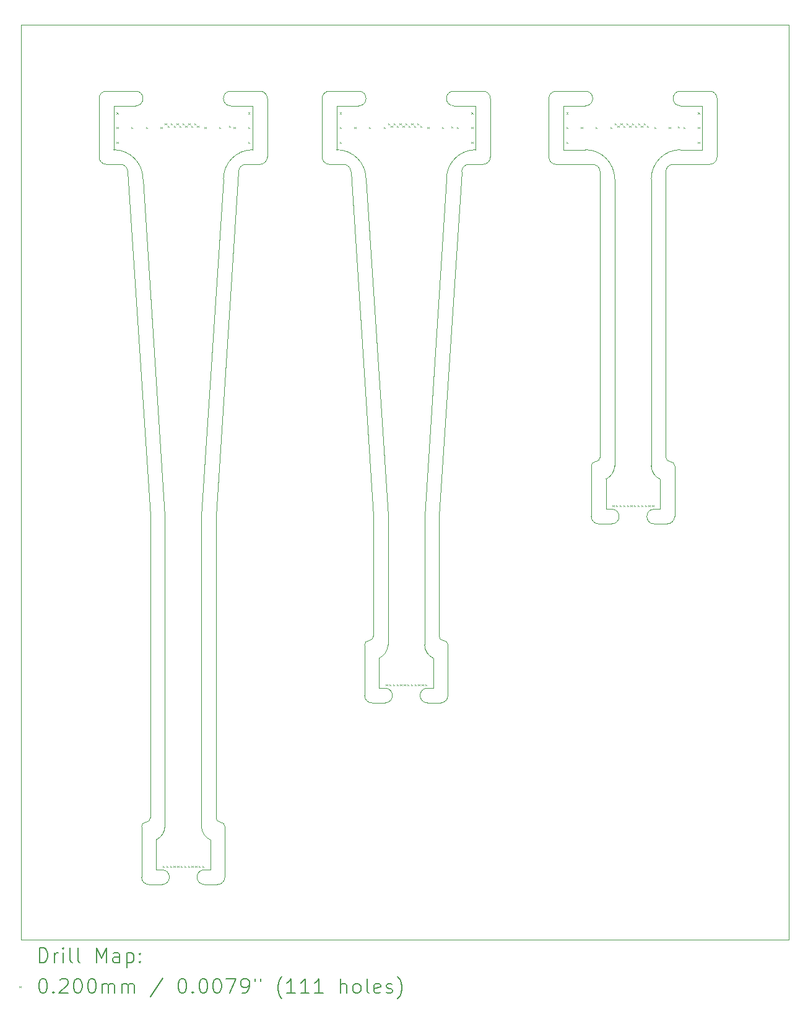
<source format=gbr>
%FSLAX45Y45*%
G04 Gerber Fmt 4.5, Leading zero omitted, Abs format (unit mm)*
G04 Created by KiCad (PCBNEW (6.0.0)) date 2022-03-28 07:33:32*
%MOMM*%
%LPD*%
G01*
G04 APERTURE LIST*
%TA.AperFunction,Profile*%
%ADD10C,0.050000*%
%TD*%
%ADD11C,0.200000*%
%ADD12C,0.020000*%
G04 APERTURE END LIST*
D10*
X18423000Y-4818586D02*
G75*
G03*
X18023000Y-5218586I0J-400000D01*
G01*
X18023000Y-9137635D02*
G75*
G03*
X18143000Y-9318586I208355J7908D01*
G01*
X17403000Y-9318586D02*
G75*
G03*
X17523000Y-9137635I-88355J188859D01*
G01*
X14923000Y-11582635D02*
G75*
G03*
X15043000Y-11763586I208355J7908D01*
G01*
X14303000Y-11763586D02*
G75*
G03*
X14423000Y-11582635I-88355J188859D01*
G01*
X17523000Y-5218586D02*
G75*
G03*
X17123000Y-4818586I-400000J0D01*
G01*
X14123000Y-5218586D02*
G75*
G03*
X13723000Y-4818586I-400000J0D01*
G01*
X14423000Y-9818586D02*
X14123000Y-5218586D01*
X14223000Y-9818586D02*
X13915289Y-5118586D01*
X13915289Y-5118586D02*
G75*
G03*
X13815289Y-5018586I-100000J0D01*
G01*
X15430711Y-5118586D02*
X15123000Y-9818586D01*
X15623000Y-4818586D02*
G75*
G03*
X15223000Y-5218586I0J-400000D01*
G01*
X13623711Y-5018586D02*
X13815289Y-5018586D01*
X15530711Y-5018586D02*
G75*
G03*
X15430711Y-5118586I0J-100000D01*
G01*
X15223000Y-5218586D02*
X14923000Y-9818586D01*
X15530711Y-5018586D02*
X15723000Y-5018586D01*
X16723711Y-5018586D02*
X17223000Y-5018586D01*
X18323000Y-5018586D02*
X18822289Y-5018586D01*
X18723000Y-4818586D02*
X18423000Y-4818586D01*
X17323000Y-5118586D02*
G75*
G03*
X17223000Y-5018586I-100000J0D01*
G01*
X17123000Y-4818586D02*
X16823000Y-4818586D01*
X18323000Y-5018586D02*
G75*
G03*
X18223000Y-5118586I0J-100000D01*
G01*
X11073000Y-5218586D02*
G75*
G03*
X10673000Y-4818586I-400000J0D01*
G01*
X11373000Y-9818586D02*
X11073000Y-5218586D01*
X11173000Y-9818586D02*
X10865289Y-5118586D01*
X10865289Y-5118586D02*
G75*
G03*
X10765289Y-5018586I-100000J0D01*
G01*
X10573711Y-5018586D02*
X10765289Y-5018586D01*
X12380711Y-5118586D02*
X12073000Y-9818586D01*
X12573000Y-4818586D02*
G75*
G03*
X12173000Y-5218586I0J-400000D01*
G01*
X11873000Y-14063586D02*
G75*
G03*
X11993000Y-14244538I208355J7908D01*
G01*
X18723000Y-4218586D02*
X18423000Y-4218586D01*
X12273000Y-4018586D02*
G75*
G03*
X12273000Y-4218586I0J-100000D01*
G01*
X11913000Y-14654538D02*
G75*
G03*
X11913000Y-14854538I0J-100000D01*
G01*
X18723000Y-4818586D02*
X18723000Y-4218586D01*
X14303000Y-12173586D02*
X14303000Y-11763586D01*
X18823000Y-5018586D02*
G75*
G03*
X18923000Y-4918586I0J100000D01*
G01*
X11373000Y-14063586D02*
X11373000Y-9818586D01*
X15123000Y-11463586D02*
X15123000Y-11213586D01*
X18023000Y-5218586D02*
X18023000Y-9137635D01*
X12193000Y-14064538D02*
G75*
G03*
X12133000Y-14004538I-60000J0D01*
G01*
X10473000Y-4818586D02*
X10473000Y-4918586D01*
X15243000Y-11583586D02*
G75*
G03*
X15183000Y-11523586I-60000J0D01*
G01*
X11253000Y-14654537D02*
X11333000Y-14654537D01*
X14023000Y-4218586D02*
X13723000Y-4218586D01*
X18823000Y-4018586D02*
X18423000Y-4018586D01*
X16623000Y-4918586D02*
G75*
G03*
X16723000Y-5018586I100000J0D01*
G01*
X16623000Y-4818586D02*
X16623000Y-4918586D01*
X12773000Y-4818586D02*
X12773000Y-4918586D01*
X18343000Y-9828586D02*
X18343000Y-9318586D01*
X15823000Y-4818586D02*
X15823000Y-4118586D01*
X10973000Y-4218586D02*
X10673000Y-4218586D01*
X14023000Y-4218586D02*
G75*
G03*
X14023000Y-4018586I0J100000D01*
G01*
X17203000Y-9828586D02*
G75*
G03*
X17303000Y-9928586I100000J0D01*
G01*
X17263000Y-9078586D02*
G75*
G03*
X17203000Y-9138586I0J-60000D01*
G01*
X14963000Y-12173586D02*
X15043000Y-12173586D01*
X17123000Y-4218586D02*
G75*
G03*
X17123000Y-4018586I0J100000D01*
G01*
X17203000Y-9318586D02*
X17203000Y-9828586D01*
X13523000Y-4118586D02*
X13523000Y-4818586D01*
X11253000Y-14244538D02*
G75*
G03*
X11373000Y-14063586I-88355J188859D01*
G01*
X17203000Y-9138586D02*
X17203000Y-9318586D01*
X14203000Y-12373586D02*
X14383000Y-12373586D01*
X14963000Y-12373586D02*
X15143000Y-12373586D01*
X12193000Y-14754538D02*
X12193000Y-14244538D01*
X15623000Y-4218586D02*
X15323000Y-4218586D01*
X17403000Y-9728586D02*
X17483000Y-9728586D01*
X17323000Y-5118586D02*
X17323000Y-8768586D01*
X12480711Y-5018586D02*
X12673000Y-5018586D01*
X15623000Y-4818586D02*
X15623000Y-4218586D01*
X18223000Y-8768586D02*
X18223000Y-5118586D01*
X11913000Y-14654538D02*
X11993000Y-14654538D01*
X11053000Y-14064538D02*
X11053000Y-14244538D01*
X12193000Y-14064538D02*
X12193000Y-14244538D01*
X14383000Y-12373586D02*
G75*
G03*
X14383000Y-12173586I0J100000D01*
G01*
X13723000Y-4818586D02*
X13723000Y-4218586D01*
X14423000Y-11582635D02*
X14423000Y-9818586D01*
X18063000Y-9728586D02*
G75*
G03*
X18063000Y-9928586I0J-100000D01*
G01*
X13623000Y-4018586D02*
G75*
G03*
X13523000Y-4118586I0J-100000D01*
G01*
X14103000Y-11763586D02*
X14103000Y-12273586D01*
X18223000Y-9018586D02*
G75*
G03*
X18283000Y-9078586I60000J0D01*
G01*
X17323000Y-8768586D02*
X17323000Y-9018586D01*
X14923000Y-9818586D02*
X14923000Y-11582635D01*
X11173000Y-13694538D02*
X11173000Y-13944538D01*
X10973000Y-4018586D02*
X10573000Y-4018586D01*
X18923000Y-4818586D02*
X18923000Y-4118586D01*
X17263000Y-9078586D02*
G75*
G03*
X17323000Y-9018586I0J60000D01*
G01*
X18143000Y-9318586D02*
X18143000Y-9728586D01*
X12093000Y-14854538D02*
G75*
G03*
X12193000Y-14754538I0J100000D01*
G01*
X12173000Y-5218586D02*
X11873000Y-9818586D01*
X11873000Y-9818586D02*
X11873000Y-14063586D01*
X15243000Y-12273586D02*
X15243000Y-11763586D01*
X12673000Y-5018586D02*
G75*
G03*
X12773000Y-4918586I0J100000D01*
G01*
X12573000Y-4218586D02*
X12273000Y-4218586D01*
X18923000Y-4818586D02*
X18923000Y-4918586D01*
X12073000Y-13944538D02*
X12073000Y-13694538D01*
X18243000Y-9928586D02*
G75*
G03*
X18343000Y-9828586I0J100000D01*
G01*
X11253000Y-14654538D02*
X11253000Y-14244538D01*
X16623000Y-4118586D02*
X16623000Y-4818586D01*
X14103000Y-12273586D02*
G75*
G03*
X14203000Y-12373586I100000J0D01*
G01*
X11913000Y-14854538D02*
X12093000Y-14854538D01*
X11053000Y-14754537D02*
G75*
G03*
X11153000Y-14854537I100000J0D01*
G01*
X11173000Y-9818586D02*
X11173000Y-13694538D01*
X14163000Y-11523586D02*
G75*
G03*
X14103000Y-11583586I0J-60000D01*
G01*
X18063000Y-9728586D02*
X18143000Y-9728586D01*
X12573000Y-4818586D02*
X12573000Y-4218586D01*
X11113000Y-14004538D02*
G75*
G03*
X11053000Y-14064538I0J-60000D01*
G01*
X11333000Y-14854537D02*
G75*
G03*
X11333000Y-14654537I0J100000D01*
G01*
X14163000Y-11523586D02*
G75*
G03*
X14223000Y-11463586I0J60000D01*
G01*
X15323000Y-4018586D02*
G75*
G03*
X15323000Y-4218586I0J-100000D01*
G01*
X11153000Y-14854537D02*
X11333000Y-14854537D01*
X11113000Y-14004538D02*
G75*
G03*
X11173000Y-13944538I0J60000D01*
G01*
X15723000Y-4018586D02*
X15323000Y-4018586D01*
X15123000Y-11463586D02*
G75*
G03*
X15183000Y-11523586I60000J0D01*
G01*
X9404500Y-3108250D02*
X19904500Y-3108250D01*
X19904500Y-3108250D02*
X19904500Y-15608250D01*
X19904500Y-15608250D02*
X9404500Y-15608250D01*
X9404500Y-15608250D02*
X9404500Y-3108250D01*
X14223000Y-9818586D02*
X14223000Y-11213586D01*
X17483000Y-9928586D02*
G75*
G03*
X17483000Y-9728586I0J100000D01*
G01*
X15823000Y-4118586D02*
G75*
G03*
X15723000Y-4018586I-100000J0D01*
G01*
X11993000Y-14244538D02*
X11993000Y-14654538D01*
X12073000Y-13694538D02*
X12073000Y-9818586D01*
X18343000Y-9138586D02*
G75*
G03*
X18283000Y-9078586I-60000J0D01*
G01*
X14023000Y-4018586D02*
X13623000Y-4018586D01*
X14303000Y-12173586D02*
X14383000Y-12173586D01*
X18343000Y-9138586D02*
X18343000Y-9318586D01*
X17303000Y-9928586D02*
X17483000Y-9928586D01*
X15043000Y-11763586D02*
X15043000Y-12173586D01*
X15723000Y-5018586D02*
G75*
G03*
X15823000Y-4918586I0J100000D01*
G01*
X17523000Y-9137635D02*
X17523000Y-5218586D01*
X17123000Y-4018586D02*
X16723000Y-4018586D01*
X11053000Y-14244538D02*
X11053000Y-14754537D01*
X14963000Y-12173586D02*
G75*
G03*
X14963000Y-12373586I0J-100000D01*
G01*
X14223000Y-11213586D02*
X14223000Y-11463586D01*
X12773000Y-4818586D02*
X12773000Y-4118586D01*
X12673000Y-4018586D02*
X12273000Y-4018586D01*
X14103000Y-11583586D02*
X14103000Y-11763586D01*
X18923000Y-4118586D02*
G75*
G03*
X18823000Y-4018586I-100000J0D01*
G01*
X16723000Y-4018586D02*
G75*
G03*
X16623000Y-4118586I0J-100000D01*
G01*
X16823000Y-4818586D02*
X16823000Y-4218586D01*
X12073000Y-13944538D02*
G75*
G03*
X12133000Y-14004538I60000J0D01*
G01*
X17123000Y-4218586D02*
X16823000Y-4218586D01*
X17403000Y-9728586D02*
X17403000Y-9318586D01*
X15143000Y-12373586D02*
G75*
G03*
X15243000Y-12273586I0J100000D01*
G01*
X18063000Y-9928586D02*
X18243000Y-9928586D01*
X13523000Y-4818586D02*
X13523000Y-4918586D01*
X12773000Y-4118586D02*
G75*
G03*
X12673000Y-4018586I-100000J0D01*
G01*
X15243000Y-11583586D02*
X15243000Y-11763586D01*
X10473000Y-4118586D02*
X10473000Y-4818586D01*
X12480711Y-5018586D02*
G75*
G03*
X12380711Y-5118586I0J-100000D01*
G01*
X15123000Y-11213586D02*
X15123000Y-9818586D01*
X18223000Y-9018586D02*
X18223000Y-8768586D01*
X15823000Y-4818586D02*
X15823000Y-4918586D01*
X10573000Y-4018586D02*
G75*
G03*
X10473000Y-4118586I0J-100000D01*
G01*
X10973000Y-4218586D02*
G75*
G03*
X10973000Y-4018586I0J100000D01*
G01*
X10473000Y-4918586D02*
G75*
G03*
X10573000Y-5018586I100000J0D01*
G01*
X10673000Y-4818586D02*
X10673000Y-4218586D01*
X13523000Y-4918586D02*
G75*
G03*
X13623000Y-5018586I100000J0D01*
G01*
X18423000Y-4018586D02*
G75*
G03*
X18423000Y-4218586I0J-100000D01*
G01*
D11*
D12*
X10713000Y-4308586D02*
X10733000Y-4328586D01*
X10733000Y-4308586D02*
X10713000Y-4328586D01*
X10713000Y-4508586D02*
X10733000Y-4528586D01*
X10733000Y-4508586D02*
X10713000Y-4528586D01*
X10713000Y-4708586D02*
X10733000Y-4728586D01*
X10733000Y-4708586D02*
X10713000Y-4728586D01*
X10913000Y-4508586D02*
X10933000Y-4528586D01*
X10933000Y-4508586D02*
X10913000Y-4528586D01*
X11113000Y-4508586D02*
X11133000Y-4528586D01*
X11133000Y-4508586D02*
X11113000Y-4528586D01*
X11313000Y-4508586D02*
X11333000Y-4528586D01*
X11333000Y-4508586D02*
X11313000Y-4528586D01*
X11343727Y-14597538D02*
X11363727Y-14617538D01*
X11363727Y-14597538D02*
X11343727Y-14617538D01*
X11373000Y-4458586D02*
X11393000Y-4478586D01*
X11393000Y-4458586D02*
X11373000Y-4478586D01*
X11392909Y-14597538D02*
X11412909Y-14617538D01*
X11412909Y-14597538D02*
X11392909Y-14617538D01*
X11413000Y-4488586D02*
X11433000Y-4508586D01*
X11433000Y-4488586D02*
X11413000Y-4508586D01*
X11442091Y-14597538D02*
X11462091Y-14617538D01*
X11462091Y-14597538D02*
X11442091Y-14617538D01*
X11453000Y-4458586D02*
X11473000Y-4478586D01*
X11473000Y-4458586D02*
X11453000Y-4478586D01*
X11491273Y-14597538D02*
X11511273Y-14617538D01*
X11511273Y-14597538D02*
X11491273Y-14617538D01*
X11493000Y-4488586D02*
X11513000Y-4508586D01*
X11513000Y-4488586D02*
X11493000Y-4508586D01*
X11533000Y-4458586D02*
X11553000Y-4478586D01*
X11553000Y-4458586D02*
X11533000Y-4478586D01*
X11540455Y-14597538D02*
X11560455Y-14617538D01*
X11560455Y-14597538D02*
X11540455Y-14617538D01*
X11573000Y-4488586D02*
X11593000Y-4508586D01*
X11593000Y-4488586D02*
X11573000Y-4508586D01*
X11589636Y-14597538D02*
X11609636Y-14617538D01*
X11609636Y-14597538D02*
X11589636Y-14617538D01*
X11613000Y-4458586D02*
X11633000Y-4478586D01*
X11633000Y-4458586D02*
X11613000Y-4478586D01*
X11638818Y-14597538D02*
X11658818Y-14617538D01*
X11658818Y-14597538D02*
X11638818Y-14617538D01*
X11653000Y-4488586D02*
X11673000Y-4508586D01*
X11673000Y-4488586D02*
X11653000Y-4508586D01*
X11688000Y-14597538D02*
X11708000Y-14617538D01*
X11708000Y-14597538D02*
X11688000Y-14617538D01*
X11693000Y-4458586D02*
X11713000Y-4478586D01*
X11713000Y-4458586D02*
X11693000Y-4478586D01*
X11733000Y-4488586D02*
X11753000Y-4508586D01*
X11753000Y-4488586D02*
X11733000Y-4508586D01*
X11737182Y-14597538D02*
X11757182Y-14617538D01*
X11757182Y-14597538D02*
X11737182Y-14617538D01*
X11773000Y-4458586D02*
X11793000Y-4478586D01*
X11793000Y-4458586D02*
X11773000Y-4478586D01*
X11786364Y-14597538D02*
X11806364Y-14617538D01*
X11806364Y-14597538D02*
X11786364Y-14617538D01*
X11813000Y-4488586D02*
X11833000Y-4508586D01*
X11833000Y-4488586D02*
X11813000Y-4508586D01*
X11835545Y-14597538D02*
X11855545Y-14617538D01*
X11855545Y-14597538D02*
X11835545Y-14617538D01*
X11884727Y-14597538D02*
X11904727Y-14617538D01*
X11904727Y-14597538D02*
X11884727Y-14617538D01*
X11913000Y-4508586D02*
X11933000Y-4528586D01*
X11933000Y-4508586D02*
X11913000Y-4528586D01*
X12113000Y-4508586D02*
X12133000Y-4528586D01*
X12133000Y-4508586D02*
X12113000Y-4528586D01*
X12250000Y-4490000D02*
X12270000Y-4510000D01*
X12270000Y-4490000D02*
X12250000Y-4510000D01*
X12313000Y-4508586D02*
X12333000Y-4528586D01*
X12333000Y-4508586D02*
X12313000Y-4528586D01*
X12513000Y-4308586D02*
X12533000Y-4328586D01*
X12533000Y-4308586D02*
X12513000Y-4328586D01*
X12513000Y-4508586D02*
X12533000Y-4528586D01*
X12533000Y-4508586D02*
X12513000Y-4528586D01*
X12513000Y-4708586D02*
X12533000Y-4728586D01*
X12533000Y-4708586D02*
X12513000Y-4728586D01*
X13763000Y-4308586D02*
X13783000Y-4328586D01*
X13783000Y-4308586D02*
X13763000Y-4328586D01*
X13763000Y-4508586D02*
X13783000Y-4528586D01*
X13783000Y-4508586D02*
X13763000Y-4528586D01*
X13763000Y-4708586D02*
X13783000Y-4728586D01*
X13783000Y-4708586D02*
X13763000Y-4728586D01*
X13963000Y-4508586D02*
X13983000Y-4528586D01*
X13983000Y-4508586D02*
X13963000Y-4528586D01*
X14163000Y-4508586D02*
X14183000Y-4528586D01*
X14183000Y-4508586D02*
X14163000Y-4528586D01*
X14363000Y-4508586D02*
X14383000Y-4528586D01*
X14383000Y-4508586D02*
X14363000Y-4528586D01*
X14393727Y-12116586D02*
X14413727Y-12136586D01*
X14413727Y-12116586D02*
X14393727Y-12136586D01*
X14423000Y-4458586D02*
X14443000Y-4478586D01*
X14443000Y-4458586D02*
X14423000Y-4478586D01*
X14442909Y-12116586D02*
X14462909Y-12136586D01*
X14462909Y-12116586D02*
X14442909Y-12136586D01*
X14463000Y-4488586D02*
X14483000Y-4508586D01*
X14483000Y-4488586D02*
X14463000Y-4508586D01*
X14492091Y-12116586D02*
X14512091Y-12136586D01*
X14512091Y-12116586D02*
X14492091Y-12136586D01*
X14503000Y-4458586D02*
X14523000Y-4478586D01*
X14523000Y-4458586D02*
X14503000Y-4478586D01*
X14541273Y-12116586D02*
X14561273Y-12136586D01*
X14561273Y-12116586D02*
X14541273Y-12136586D01*
X14543000Y-4488586D02*
X14563000Y-4508586D01*
X14563000Y-4488586D02*
X14543000Y-4508586D01*
X14583000Y-4458586D02*
X14603000Y-4478586D01*
X14603000Y-4458586D02*
X14583000Y-4478586D01*
X14590455Y-12116586D02*
X14610455Y-12136586D01*
X14610455Y-12116586D02*
X14590455Y-12136586D01*
X14623000Y-4488586D02*
X14643000Y-4508586D01*
X14643000Y-4488586D02*
X14623000Y-4508586D01*
X14639636Y-12116586D02*
X14659636Y-12136586D01*
X14659636Y-12116586D02*
X14639636Y-12136586D01*
X14663000Y-4458586D02*
X14683000Y-4478586D01*
X14683000Y-4458586D02*
X14663000Y-4478586D01*
X14688818Y-12116586D02*
X14708818Y-12136586D01*
X14708818Y-12116586D02*
X14688818Y-12136586D01*
X14703000Y-4488586D02*
X14723000Y-4508586D01*
X14723000Y-4488586D02*
X14703000Y-4508586D01*
X14738000Y-12116586D02*
X14758000Y-12136586D01*
X14758000Y-12116586D02*
X14738000Y-12136586D01*
X14743000Y-4458586D02*
X14763000Y-4478586D01*
X14763000Y-4458586D02*
X14743000Y-4478586D01*
X14783000Y-4488586D02*
X14803000Y-4508586D01*
X14803000Y-4488586D02*
X14783000Y-4508586D01*
X14787182Y-12116586D02*
X14807182Y-12136586D01*
X14807182Y-12116586D02*
X14787182Y-12136586D01*
X14823000Y-4458586D02*
X14843000Y-4478586D01*
X14843000Y-4458586D02*
X14823000Y-4478586D01*
X14836364Y-12116586D02*
X14856364Y-12136586D01*
X14856364Y-12116586D02*
X14836364Y-12136586D01*
X14863000Y-4488586D02*
X14883000Y-4508586D01*
X14883000Y-4488586D02*
X14863000Y-4508586D01*
X14885545Y-12116586D02*
X14905545Y-12136586D01*
X14905545Y-12116586D02*
X14885545Y-12136586D01*
X14934727Y-12116586D02*
X14954727Y-12136586D01*
X14954727Y-12116586D02*
X14934727Y-12136586D01*
X14963000Y-4508586D02*
X14983000Y-4528586D01*
X14983000Y-4508586D02*
X14963000Y-4528586D01*
X15163000Y-4508586D02*
X15183000Y-4528586D01*
X15183000Y-4508586D02*
X15163000Y-4528586D01*
X15288000Y-4498586D02*
X15308000Y-4518586D01*
X15308000Y-4498586D02*
X15288000Y-4518586D01*
X15363000Y-4508586D02*
X15383000Y-4528586D01*
X15383000Y-4508586D02*
X15363000Y-4528586D01*
X15563000Y-4308586D02*
X15583000Y-4328586D01*
X15583000Y-4308586D02*
X15563000Y-4328586D01*
X15563000Y-4508586D02*
X15583000Y-4528586D01*
X15583000Y-4508586D02*
X15563000Y-4528586D01*
X15563000Y-4708586D02*
X15583000Y-4728586D01*
X15583000Y-4708586D02*
X15563000Y-4728586D01*
X16863000Y-4308586D02*
X16883000Y-4328586D01*
X16883000Y-4308586D02*
X16863000Y-4328586D01*
X16863000Y-4508586D02*
X16883000Y-4528586D01*
X16883000Y-4508586D02*
X16863000Y-4528586D01*
X16863000Y-4708586D02*
X16883000Y-4728586D01*
X16883000Y-4708586D02*
X16863000Y-4728586D01*
X17063000Y-4508586D02*
X17083000Y-4528586D01*
X17083000Y-4508586D02*
X17063000Y-4528586D01*
X17263000Y-4508586D02*
X17283000Y-4528586D01*
X17283000Y-4508586D02*
X17263000Y-4528586D01*
X17463000Y-4508586D02*
X17483000Y-4528586D01*
X17483000Y-4508586D02*
X17463000Y-4528586D01*
X17493727Y-9671586D02*
X17513727Y-9691586D01*
X17513727Y-9671586D02*
X17493727Y-9691586D01*
X17523000Y-4458586D02*
X17543000Y-4478586D01*
X17543000Y-4458586D02*
X17523000Y-4478586D01*
X17542909Y-9671586D02*
X17562909Y-9691586D01*
X17562909Y-9671586D02*
X17542909Y-9691586D01*
X17563000Y-4488586D02*
X17583000Y-4508586D01*
X17583000Y-4488586D02*
X17563000Y-4508586D01*
X17592091Y-9671586D02*
X17612091Y-9691586D01*
X17612091Y-9671586D02*
X17592091Y-9691586D01*
X17603000Y-4458586D02*
X17623000Y-4478586D01*
X17623000Y-4458586D02*
X17603000Y-4478586D01*
X17641273Y-9671586D02*
X17661273Y-9691586D01*
X17661273Y-9671586D02*
X17641273Y-9691586D01*
X17643000Y-4488586D02*
X17663000Y-4508586D01*
X17663000Y-4488586D02*
X17643000Y-4508586D01*
X17683000Y-4458586D02*
X17703000Y-4478586D01*
X17703000Y-4458586D02*
X17683000Y-4478586D01*
X17690455Y-9671586D02*
X17710455Y-9691586D01*
X17710455Y-9671586D02*
X17690455Y-9691586D01*
X17723000Y-4488586D02*
X17743000Y-4508586D01*
X17743000Y-4488586D02*
X17723000Y-4508586D01*
X17739636Y-9671586D02*
X17759636Y-9691586D01*
X17759636Y-9671586D02*
X17739636Y-9691586D01*
X17763000Y-4458586D02*
X17783000Y-4478586D01*
X17783000Y-4458586D02*
X17763000Y-4478586D01*
X17788818Y-9671586D02*
X17808818Y-9691586D01*
X17808818Y-9671586D02*
X17788818Y-9691586D01*
X17803000Y-4488586D02*
X17823000Y-4508586D01*
X17823000Y-4488586D02*
X17803000Y-4508586D01*
X17838000Y-9671586D02*
X17858000Y-9691586D01*
X17858000Y-9671586D02*
X17838000Y-9691586D01*
X17843000Y-4458586D02*
X17863000Y-4478586D01*
X17863000Y-4458586D02*
X17843000Y-4478586D01*
X17883000Y-4488586D02*
X17903000Y-4508586D01*
X17903000Y-4488586D02*
X17883000Y-4508586D01*
X17887182Y-9671586D02*
X17907182Y-9691586D01*
X17907182Y-9671586D02*
X17887182Y-9691586D01*
X17923000Y-4458586D02*
X17943000Y-4478586D01*
X17943000Y-4458586D02*
X17923000Y-4478586D01*
X17936364Y-9671586D02*
X17956364Y-9691586D01*
X17956364Y-9671586D02*
X17936364Y-9691586D01*
X17963000Y-4488586D02*
X17983000Y-4508586D01*
X17983000Y-4488586D02*
X17963000Y-4508586D01*
X17985545Y-9671586D02*
X18005545Y-9691586D01*
X18005545Y-9671586D02*
X17985545Y-9691586D01*
X18034727Y-9671586D02*
X18054727Y-9691586D01*
X18054727Y-9671586D02*
X18034727Y-9691586D01*
X18063000Y-4508586D02*
X18083000Y-4528586D01*
X18083000Y-4508586D02*
X18063000Y-4528586D01*
X18263000Y-4508586D02*
X18283000Y-4528586D01*
X18283000Y-4508586D02*
X18263000Y-4528586D01*
X18388000Y-4498586D02*
X18408000Y-4518586D01*
X18408000Y-4498586D02*
X18388000Y-4518586D01*
X18463000Y-4508586D02*
X18483000Y-4528586D01*
X18483000Y-4508586D02*
X18463000Y-4528586D01*
X18663000Y-4308586D02*
X18683000Y-4328586D01*
X18683000Y-4308586D02*
X18663000Y-4328586D01*
X18663000Y-4508586D02*
X18683000Y-4528586D01*
X18683000Y-4508586D02*
X18663000Y-4528586D01*
X18663000Y-4708586D02*
X18683000Y-4728586D01*
X18683000Y-4708586D02*
X18663000Y-4728586D01*
D11*
X9659619Y-15921226D02*
X9659619Y-15721226D01*
X9707238Y-15721226D01*
X9735810Y-15730750D01*
X9754857Y-15749798D01*
X9764381Y-15768845D01*
X9773905Y-15806940D01*
X9773905Y-15835512D01*
X9764381Y-15873607D01*
X9754857Y-15892655D01*
X9735810Y-15911702D01*
X9707238Y-15921226D01*
X9659619Y-15921226D01*
X9859619Y-15921226D02*
X9859619Y-15787893D01*
X9859619Y-15825988D02*
X9869143Y-15806940D01*
X9878667Y-15797417D01*
X9897714Y-15787893D01*
X9916762Y-15787893D01*
X9983429Y-15921226D02*
X9983429Y-15787893D01*
X9983429Y-15721226D02*
X9973905Y-15730750D01*
X9983429Y-15740274D01*
X9992952Y-15730750D01*
X9983429Y-15721226D01*
X9983429Y-15740274D01*
X10107238Y-15921226D02*
X10088190Y-15911702D01*
X10078667Y-15892655D01*
X10078667Y-15721226D01*
X10212000Y-15921226D02*
X10192952Y-15911702D01*
X10183429Y-15892655D01*
X10183429Y-15721226D01*
X10440571Y-15921226D02*
X10440571Y-15721226D01*
X10507238Y-15864083D01*
X10573905Y-15721226D01*
X10573905Y-15921226D01*
X10754857Y-15921226D02*
X10754857Y-15816464D01*
X10745333Y-15797417D01*
X10726286Y-15787893D01*
X10688190Y-15787893D01*
X10669143Y-15797417D01*
X10754857Y-15911702D02*
X10735810Y-15921226D01*
X10688190Y-15921226D01*
X10669143Y-15911702D01*
X10659619Y-15892655D01*
X10659619Y-15873607D01*
X10669143Y-15854559D01*
X10688190Y-15845036D01*
X10735810Y-15845036D01*
X10754857Y-15835512D01*
X10850095Y-15787893D02*
X10850095Y-15987893D01*
X10850095Y-15797417D02*
X10869143Y-15787893D01*
X10907238Y-15787893D01*
X10926286Y-15797417D01*
X10935810Y-15806940D01*
X10945333Y-15825988D01*
X10945333Y-15883131D01*
X10935810Y-15902178D01*
X10926286Y-15911702D01*
X10907238Y-15921226D01*
X10869143Y-15921226D01*
X10850095Y-15911702D01*
X11031048Y-15902178D02*
X11040571Y-15911702D01*
X11031048Y-15921226D01*
X11021524Y-15911702D01*
X11031048Y-15902178D01*
X11031048Y-15921226D01*
X11031048Y-15797417D02*
X11040571Y-15806940D01*
X11031048Y-15816464D01*
X11021524Y-15806940D01*
X11031048Y-15797417D01*
X11031048Y-15816464D01*
D12*
X9382000Y-16240750D02*
X9402000Y-16260750D01*
X9402000Y-16240750D02*
X9382000Y-16260750D01*
D11*
X9697714Y-16141226D02*
X9716762Y-16141226D01*
X9735810Y-16150750D01*
X9745333Y-16160274D01*
X9754857Y-16179321D01*
X9764381Y-16217417D01*
X9764381Y-16265036D01*
X9754857Y-16303131D01*
X9745333Y-16322178D01*
X9735810Y-16331702D01*
X9716762Y-16341226D01*
X9697714Y-16341226D01*
X9678667Y-16331702D01*
X9669143Y-16322178D01*
X9659619Y-16303131D01*
X9650095Y-16265036D01*
X9650095Y-16217417D01*
X9659619Y-16179321D01*
X9669143Y-16160274D01*
X9678667Y-16150750D01*
X9697714Y-16141226D01*
X9850095Y-16322178D02*
X9859619Y-16331702D01*
X9850095Y-16341226D01*
X9840571Y-16331702D01*
X9850095Y-16322178D01*
X9850095Y-16341226D01*
X9935810Y-16160274D02*
X9945333Y-16150750D01*
X9964381Y-16141226D01*
X10012000Y-16141226D01*
X10031048Y-16150750D01*
X10040571Y-16160274D01*
X10050095Y-16179321D01*
X10050095Y-16198369D01*
X10040571Y-16226940D01*
X9926286Y-16341226D01*
X10050095Y-16341226D01*
X10173905Y-16141226D02*
X10192952Y-16141226D01*
X10212000Y-16150750D01*
X10221524Y-16160274D01*
X10231048Y-16179321D01*
X10240571Y-16217417D01*
X10240571Y-16265036D01*
X10231048Y-16303131D01*
X10221524Y-16322178D01*
X10212000Y-16331702D01*
X10192952Y-16341226D01*
X10173905Y-16341226D01*
X10154857Y-16331702D01*
X10145333Y-16322178D01*
X10135810Y-16303131D01*
X10126286Y-16265036D01*
X10126286Y-16217417D01*
X10135810Y-16179321D01*
X10145333Y-16160274D01*
X10154857Y-16150750D01*
X10173905Y-16141226D01*
X10364381Y-16141226D02*
X10383429Y-16141226D01*
X10402476Y-16150750D01*
X10412000Y-16160274D01*
X10421524Y-16179321D01*
X10431048Y-16217417D01*
X10431048Y-16265036D01*
X10421524Y-16303131D01*
X10412000Y-16322178D01*
X10402476Y-16331702D01*
X10383429Y-16341226D01*
X10364381Y-16341226D01*
X10345333Y-16331702D01*
X10335810Y-16322178D01*
X10326286Y-16303131D01*
X10316762Y-16265036D01*
X10316762Y-16217417D01*
X10326286Y-16179321D01*
X10335810Y-16160274D01*
X10345333Y-16150750D01*
X10364381Y-16141226D01*
X10516762Y-16341226D02*
X10516762Y-16207893D01*
X10516762Y-16226940D02*
X10526286Y-16217417D01*
X10545333Y-16207893D01*
X10573905Y-16207893D01*
X10592952Y-16217417D01*
X10602476Y-16236464D01*
X10602476Y-16341226D01*
X10602476Y-16236464D02*
X10612000Y-16217417D01*
X10631048Y-16207893D01*
X10659619Y-16207893D01*
X10678667Y-16217417D01*
X10688190Y-16236464D01*
X10688190Y-16341226D01*
X10783429Y-16341226D02*
X10783429Y-16207893D01*
X10783429Y-16226940D02*
X10792952Y-16217417D01*
X10812000Y-16207893D01*
X10840571Y-16207893D01*
X10859619Y-16217417D01*
X10869143Y-16236464D01*
X10869143Y-16341226D01*
X10869143Y-16236464D02*
X10878667Y-16217417D01*
X10897714Y-16207893D01*
X10926286Y-16207893D01*
X10945333Y-16217417D01*
X10954857Y-16236464D01*
X10954857Y-16341226D01*
X11345333Y-16131702D02*
X11173905Y-16388845D01*
X11602476Y-16141226D02*
X11621524Y-16141226D01*
X11640571Y-16150750D01*
X11650095Y-16160274D01*
X11659619Y-16179321D01*
X11669143Y-16217417D01*
X11669143Y-16265036D01*
X11659619Y-16303131D01*
X11650095Y-16322178D01*
X11640571Y-16331702D01*
X11621524Y-16341226D01*
X11602476Y-16341226D01*
X11583428Y-16331702D01*
X11573905Y-16322178D01*
X11564381Y-16303131D01*
X11554857Y-16265036D01*
X11554857Y-16217417D01*
X11564381Y-16179321D01*
X11573905Y-16160274D01*
X11583428Y-16150750D01*
X11602476Y-16141226D01*
X11754857Y-16322178D02*
X11764381Y-16331702D01*
X11754857Y-16341226D01*
X11745333Y-16331702D01*
X11754857Y-16322178D01*
X11754857Y-16341226D01*
X11888190Y-16141226D02*
X11907238Y-16141226D01*
X11926286Y-16150750D01*
X11935809Y-16160274D01*
X11945333Y-16179321D01*
X11954857Y-16217417D01*
X11954857Y-16265036D01*
X11945333Y-16303131D01*
X11935809Y-16322178D01*
X11926286Y-16331702D01*
X11907238Y-16341226D01*
X11888190Y-16341226D01*
X11869143Y-16331702D01*
X11859619Y-16322178D01*
X11850095Y-16303131D01*
X11840571Y-16265036D01*
X11840571Y-16217417D01*
X11850095Y-16179321D01*
X11859619Y-16160274D01*
X11869143Y-16150750D01*
X11888190Y-16141226D01*
X12078667Y-16141226D02*
X12097714Y-16141226D01*
X12116762Y-16150750D01*
X12126286Y-16160274D01*
X12135809Y-16179321D01*
X12145333Y-16217417D01*
X12145333Y-16265036D01*
X12135809Y-16303131D01*
X12126286Y-16322178D01*
X12116762Y-16331702D01*
X12097714Y-16341226D01*
X12078667Y-16341226D01*
X12059619Y-16331702D01*
X12050095Y-16322178D01*
X12040571Y-16303131D01*
X12031048Y-16265036D01*
X12031048Y-16217417D01*
X12040571Y-16179321D01*
X12050095Y-16160274D01*
X12059619Y-16150750D01*
X12078667Y-16141226D01*
X12212000Y-16141226D02*
X12345333Y-16141226D01*
X12259619Y-16341226D01*
X12431048Y-16341226D02*
X12469143Y-16341226D01*
X12488190Y-16331702D01*
X12497714Y-16322178D01*
X12516762Y-16293607D01*
X12526286Y-16255512D01*
X12526286Y-16179321D01*
X12516762Y-16160274D01*
X12507238Y-16150750D01*
X12488190Y-16141226D01*
X12450095Y-16141226D01*
X12431048Y-16150750D01*
X12421524Y-16160274D01*
X12412000Y-16179321D01*
X12412000Y-16226940D01*
X12421524Y-16245988D01*
X12431048Y-16255512D01*
X12450095Y-16265036D01*
X12488190Y-16265036D01*
X12507238Y-16255512D01*
X12516762Y-16245988D01*
X12526286Y-16226940D01*
X12602476Y-16141226D02*
X12602476Y-16179321D01*
X12678667Y-16141226D02*
X12678667Y-16179321D01*
X12973905Y-16417417D02*
X12964381Y-16407893D01*
X12945333Y-16379321D01*
X12935809Y-16360274D01*
X12926286Y-16331702D01*
X12916762Y-16284083D01*
X12916762Y-16245988D01*
X12926286Y-16198369D01*
X12935809Y-16169798D01*
X12945333Y-16150750D01*
X12964381Y-16122178D01*
X12973905Y-16112655D01*
X13154857Y-16341226D02*
X13040571Y-16341226D01*
X13097714Y-16341226D02*
X13097714Y-16141226D01*
X13078667Y-16169798D01*
X13059619Y-16188845D01*
X13040571Y-16198369D01*
X13345333Y-16341226D02*
X13231048Y-16341226D01*
X13288190Y-16341226D02*
X13288190Y-16141226D01*
X13269143Y-16169798D01*
X13250095Y-16188845D01*
X13231048Y-16198369D01*
X13535809Y-16341226D02*
X13421524Y-16341226D01*
X13478667Y-16341226D02*
X13478667Y-16141226D01*
X13459619Y-16169798D01*
X13440571Y-16188845D01*
X13421524Y-16198369D01*
X13773905Y-16341226D02*
X13773905Y-16141226D01*
X13859619Y-16341226D02*
X13859619Y-16236464D01*
X13850095Y-16217417D01*
X13831048Y-16207893D01*
X13802476Y-16207893D01*
X13783428Y-16217417D01*
X13773905Y-16226940D01*
X13983428Y-16341226D02*
X13964381Y-16331702D01*
X13954857Y-16322178D01*
X13945333Y-16303131D01*
X13945333Y-16245988D01*
X13954857Y-16226940D01*
X13964381Y-16217417D01*
X13983428Y-16207893D01*
X14012000Y-16207893D01*
X14031048Y-16217417D01*
X14040571Y-16226940D01*
X14050095Y-16245988D01*
X14050095Y-16303131D01*
X14040571Y-16322178D01*
X14031048Y-16331702D01*
X14012000Y-16341226D01*
X13983428Y-16341226D01*
X14164381Y-16341226D02*
X14145333Y-16331702D01*
X14135809Y-16312655D01*
X14135809Y-16141226D01*
X14316762Y-16331702D02*
X14297714Y-16341226D01*
X14259619Y-16341226D01*
X14240571Y-16331702D01*
X14231048Y-16312655D01*
X14231048Y-16236464D01*
X14240571Y-16217417D01*
X14259619Y-16207893D01*
X14297714Y-16207893D01*
X14316762Y-16217417D01*
X14326286Y-16236464D01*
X14326286Y-16255512D01*
X14231048Y-16274559D01*
X14402476Y-16331702D02*
X14421524Y-16341226D01*
X14459619Y-16341226D01*
X14478667Y-16331702D01*
X14488190Y-16312655D01*
X14488190Y-16303131D01*
X14478667Y-16284083D01*
X14459619Y-16274559D01*
X14431048Y-16274559D01*
X14412000Y-16265036D01*
X14402476Y-16245988D01*
X14402476Y-16236464D01*
X14412000Y-16217417D01*
X14431048Y-16207893D01*
X14459619Y-16207893D01*
X14478667Y-16217417D01*
X14554857Y-16417417D02*
X14564381Y-16407893D01*
X14583428Y-16379321D01*
X14592952Y-16360274D01*
X14602476Y-16331702D01*
X14612000Y-16284083D01*
X14612000Y-16245988D01*
X14602476Y-16198369D01*
X14592952Y-16169798D01*
X14583428Y-16150750D01*
X14564381Y-16122178D01*
X14554857Y-16112655D01*
M02*

</source>
